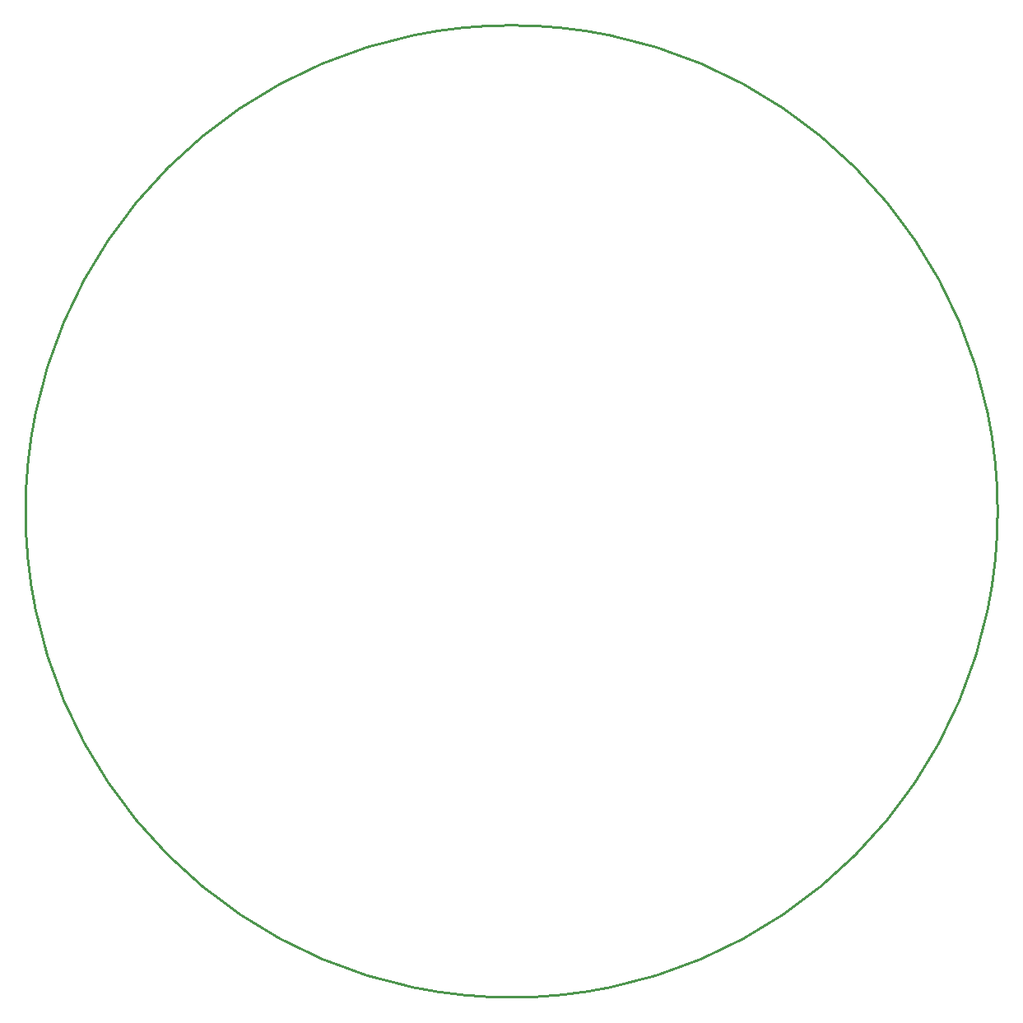
<source format=gko>
G04*
G04 #@! TF.GenerationSoftware,Altium Limited,Altium Designer,20.1.12 (249)*
G04*
G04 Layer_Color=16711935*
%FSLAX25Y25*%
%MOIN*%
G70*
G04*
G04 #@! TF.SameCoordinates,7C2EAEED-1B34-4CDB-9279-0DCC4619808E*
G04*
G04*
G04 #@! TF.FilePolarity,Positive*
G04*
G01*
G75*
%ADD10C,0.01000*%
D10*
X196850Y0D02*
G03*
X196850Y0I-196850J0D01*
G01*
M02*

</source>
